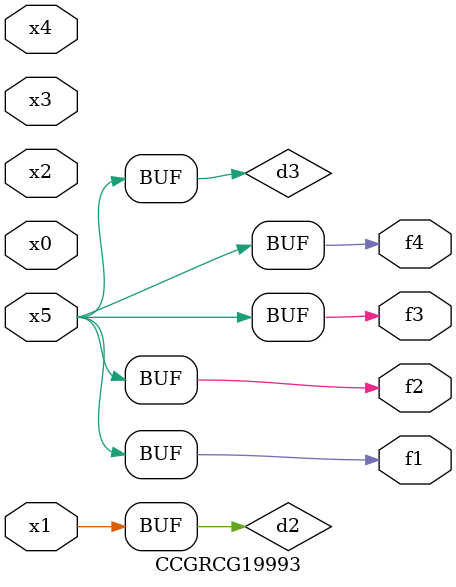
<source format=v>
module CCGRCG19993(
	input x0, x1, x2, x3, x4, x5,
	output f1, f2, f3, f4
);

	wire d1, d2, d3;

	not (d1, x5);
	or (d2, x1);
	xnor (d3, d1);
	assign f1 = d3;
	assign f2 = d3;
	assign f3 = d3;
	assign f4 = d3;
endmodule

</source>
